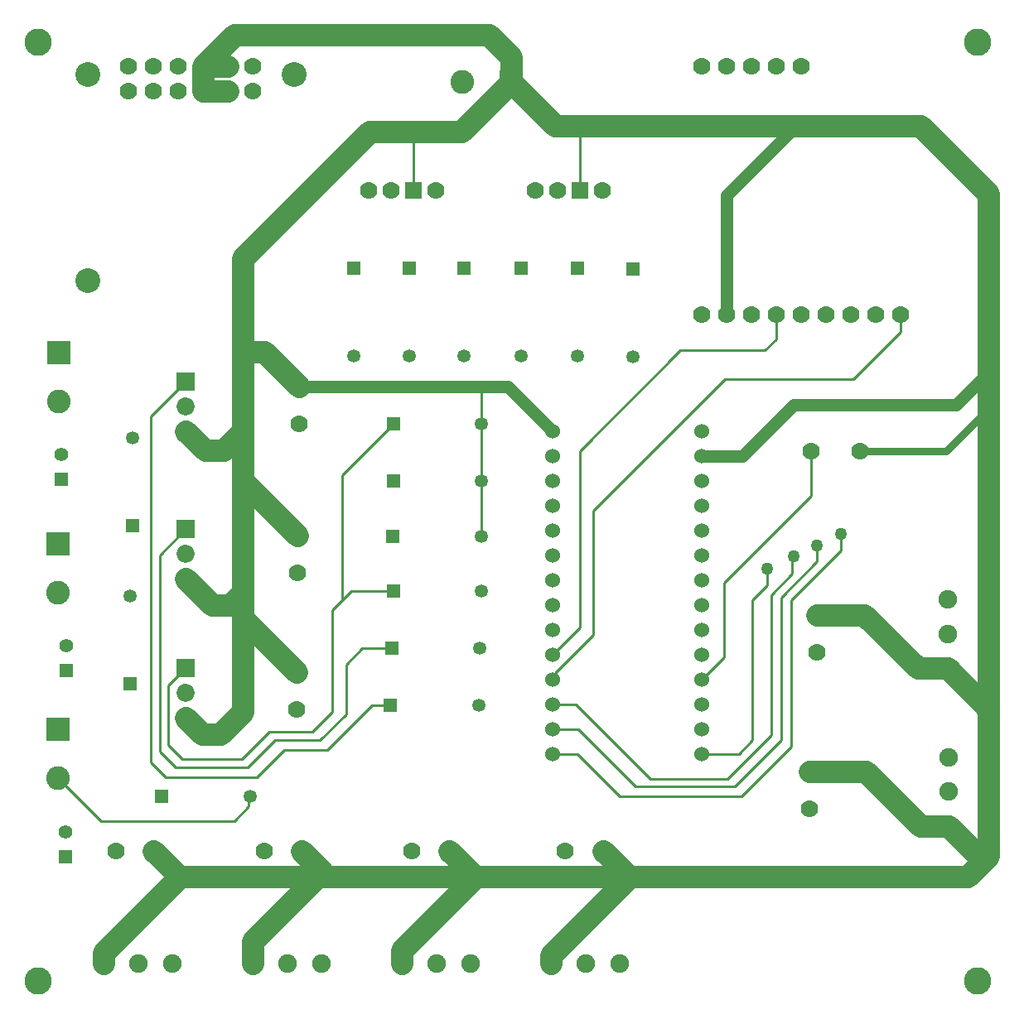
<source format=gbl>
G04*
G04 #@! TF.GenerationSoftware,Altium Limited,Altium Designer,25.7.1 (20)*
G04*
G04 Layer_Physical_Order=2*
G04 Layer_Color=16711680*
%FSLAX44Y44*%
%MOMM*%
G71*
G04*
G04 #@! TF.SameCoordinates,9BF2C3B0-3B17-4BF1-8F46-E5792BC6C144*
G04*
G04*
G04 #@! TF.FilePolarity,Positive*
G04*
G01*
G75*
%ADD11C,0.2540*%
%ADD27C,1.8500*%
%ADD28R,1.8500X1.8500*%
%ADD33C,2.2860*%
%ADD34C,1.2700*%
%ADD35C,1.4000*%
%ADD36R,1.4000X1.4000*%
%ADD37R,1.3500X1.3500*%
%ADD38C,1.3500*%
%ADD39R,1.3500X1.3500*%
%ADD40C,2.5400*%
%ADD41C,1.7780*%
%ADD42C,1.5300*%
%ADD43C,2.4213*%
%ADD44R,2.4213X2.4213*%
%ADD45R,2.4213X2.4213*%
%ADD46C,1.9050*%
%ADD47R,1.7780X1.7780*%
%ADD48C,2.7940*%
%ADD49C,1.2700*%
%ADD50C,0.7620*%
D11*
X143510Y605790D02*
X179070Y641350D01*
X143510Y251460D02*
Y605790D01*
Y251460D02*
X158750Y236220D01*
X152400Y262890D02*
Y463550D01*
Y262890D02*
X168910Y246380D01*
X152400Y463550D02*
X179070Y490220D01*
X161290Y269240D02*
X175260Y255270D01*
X161290Y330200D02*
X179070Y347980D01*
X161290Y269240D02*
Y330200D01*
X48260Y235750D02*
X92240Y191770D01*
X228600D01*
X243440Y206610D01*
Y216220D01*
X244390Y217170D01*
X728980Y359410D02*
Y435610D01*
X817880Y524510D01*
Y570230D01*
X706120Y336550D02*
X728980Y359410D01*
X553720Y311150D02*
X577850D01*
X654050Y234950D01*
X732790D01*
X777240Y279400D01*
X798631Y460811D02*
X800100Y462280D01*
X777240Y279400D02*
Y422910D01*
X798631Y444301D01*
Y460811D01*
X95098Y45720D02*
X95250Y45872D01*
X237490Y425450D02*
Y427990D01*
X233680Y586740D02*
X237490D01*
X411480Y836930D02*
Y896620D01*
X480610Y482600D02*
X480885Y482875D01*
Y539475D02*
X481160Y539750D01*
X480885Y482875D02*
Y539475D01*
X481160Y539750D02*
Y598170D01*
Y636100D02*
X481330Y636270D01*
X481160Y598170D02*
Y636100D01*
X581660Y836930D02*
Y901700D01*
X580390Y902970D02*
X581660Y901700D01*
X264160Y283210D02*
X308610D01*
X328930Y303530D01*
X236220Y255270D02*
X264160Y283210D01*
X175260Y255270D02*
X236220D01*
X338455Y545465D02*
X391160Y598170D01*
X328930Y303530D02*
Y407670D01*
X338455Y417195D02*
Y545465D01*
X328930Y407670D02*
X338455Y417195D01*
X347980Y426720D01*
X391330D01*
X168910Y246380D02*
X242570D01*
X270510Y274320D01*
X316230D01*
X342900Y300990D01*
Y351790D01*
X359410Y368300D01*
X389340D01*
X251460Y236220D02*
X279400Y264160D01*
X323850D01*
X369570Y309880D02*
X391977D01*
X323850Y264160D02*
X369570Y309880D01*
X158750Y236220D02*
X251460D01*
X553720Y260350D02*
X579120D01*
X622300Y217170D01*
X746760D01*
X797560Y267970D01*
Y417830D01*
X848360Y468630D01*
Y485140D01*
X638810Y227330D02*
X740410D01*
X580390Y285750D02*
X638810Y227330D01*
X553720Y285750D02*
X580390D01*
X740410Y227330D02*
X787400Y274320D01*
Y420370D01*
X824230Y457200D01*
Y473710D01*
X553720Y361950D02*
X581660Y389890D01*
Y570230D01*
X684530Y673100D01*
X770890D01*
X782320Y684530D02*
Y709930D01*
X770890Y673100D02*
X782320Y684530D01*
X557378Y344018D02*
X595630Y382270D01*
X557378Y343661D02*
Y344018D01*
X553720Y340003D02*
X557378Y343661D01*
X553720Y336550D02*
Y340003D01*
X595630Y382270D02*
Y509270D01*
X730250Y643890D01*
X909320Y692150D02*
Y709930D01*
X861060Y643890D02*
X909320Y692150D01*
X730250Y643890D02*
X861060D01*
X773430Y433070D02*
Y449580D01*
X758190Y417830D02*
X773430Y433070D01*
X758190Y274320D02*
Y417830D01*
X706120Y260350D02*
X744220D01*
X758190Y274320D01*
D27*
X179070Y322580D02*
D03*
Y297180D02*
D03*
Y615950D02*
D03*
Y590550D02*
D03*
Y464820D02*
D03*
Y439420D02*
D03*
D28*
Y347980D02*
D03*
Y641350D02*
D03*
Y490220D02*
D03*
D33*
X95250Y45872D02*
Y57150D01*
X172720Y134620D01*
X146050Y161290D02*
X172720Y134620D01*
X195636Y280614D02*
X214574D01*
X179070Y297180D02*
X195636Y280614D01*
X179070Y439420D02*
X205796Y412694D01*
X224734D01*
X237490Y425450D01*
Y398780D02*
Y425450D01*
Y427990D02*
Y539750D01*
X247650Y45720D02*
Y68580D01*
X400050Y45720D02*
Y59690D01*
X474980Y134620D01*
X237490Y303530D02*
Y398780D01*
X214574Y280614D02*
X237490Y303530D01*
Y398780D02*
X292100Y344170D01*
X297180Y161290D02*
X318770Y139700D01*
X448310Y161290D02*
X474980Y134620D01*
X179070Y590550D02*
X198811Y570809D01*
X217749D01*
X233680Y586740D01*
X237490Y671830D02*
Y767080D01*
X196850Y938530D02*
Y963930D01*
Y938530D02*
X222250D01*
X196850Y963930D02*
X222250D01*
X196850D02*
X228600Y995680D01*
X237490Y539750D02*
X293370Y483870D01*
X237490Y539750D02*
Y586740D01*
Y671830D02*
X259080D01*
X294640Y636270D01*
X237490Y586740D02*
Y671830D01*
Y767080D02*
X367030Y896620D01*
X411480D01*
X228600Y995680D02*
X488950D01*
X411480Y896620D02*
X461010D01*
X511810Y947420D01*
X552450Y45720D02*
Y54610D01*
X474980Y134620D02*
X632460D01*
X552450Y54610D02*
X632460Y134620D01*
X605790Y161290D02*
X632460Y134620D01*
X977900D01*
X873760Y242570D02*
X929640Y186690D01*
X958850D01*
X989330Y156210D02*
X999490D01*
X977900Y134620D02*
X999490Y156210D01*
X958850Y186690D02*
X989330Y156210D01*
X816610Y242570D02*
X873760D01*
X927100Y347980D02*
X957580D01*
X824230Y402590D02*
X872490D01*
X927100Y347980D01*
X999490Y306070D02*
Y613410D01*
Y156210D02*
Y306070D01*
X957580Y347980D02*
X999490Y306070D01*
X511810Y947420D02*
X556260Y902970D01*
X488950Y995680D02*
X511810Y972820D01*
Y947420D02*
Y972820D01*
X556260Y902970D02*
X580390D01*
X802640D01*
X999490Y650240D02*
Y833120D01*
Y613410D02*
Y650240D01*
X802640Y902970D02*
X929640D01*
X999490Y833120D01*
X172720Y134620D02*
X474980D01*
X247650Y68580D02*
X318770Y139700D01*
D34*
X294640Y636270D02*
X481330D01*
X508000D01*
X553720Y590550D01*
X748030Y565150D02*
X800100Y617220D01*
X706120Y565150D02*
X748030D01*
X966470Y617220D02*
X999490Y650240D01*
X731520Y709930D02*
Y831850D01*
X802640Y902970D01*
X800100Y617220D02*
X966470D01*
D35*
X57150Y370840D02*
D03*
X52070Y566420D02*
D03*
X55880Y180340D02*
D03*
D36*
X57150Y345440D02*
D03*
X52070Y541020D02*
D03*
X55880Y154940D02*
D03*
D37*
X154390Y217170D02*
D03*
X391330Y426720D02*
D03*
X391160Y598170D02*
D03*
X389340Y368300D02*
D03*
X390610Y482600D02*
D03*
X388070Y309880D02*
D03*
X391160Y539750D02*
D03*
D38*
X244390Y217170D02*
D03*
X121920Y422190D02*
D03*
X124460Y583480D02*
D03*
X480610Y482600D02*
D03*
X481160Y539750D02*
D03*
Y598170D02*
D03*
X481330Y426720D02*
D03*
X479340Y368300D02*
D03*
X478070Y309880D02*
D03*
X350520Y667470D02*
D03*
X407670D02*
D03*
X463550D02*
D03*
X521970D02*
D03*
X579120Y666920D02*
D03*
X636270Y666200D02*
D03*
D39*
X121920Y332190D02*
D03*
X124460Y493480D02*
D03*
X350520Y757470D02*
D03*
X407670D02*
D03*
X463550D02*
D03*
X521970D02*
D03*
X579120Y756920D02*
D03*
X636270Y756200D02*
D03*
D40*
X289560Y955040D02*
D03*
X78740D02*
D03*
Y744220D02*
D03*
D41*
X171450Y963930D02*
D03*
X146050D02*
D03*
X120650D02*
D03*
Y938530D02*
D03*
X146050D02*
D03*
X171450D02*
D03*
X247650D02*
D03*
Y963930D02*
D03*
X196850Y938530D02*
D03*
X222250D02*
D03*
X196850Y963930D02*
D03*
X222250D02*
D03*
X817880Y570230D02*
D03*
X867880D02*
D03*
X706120Y709930D02*
D03*
X107950Y161290D02*
D03*
X259080D02*
D03*
X566420D02*
D03*
X410210D02*
D03*
X816610Y204470D02*
D03*
X824230Y364490D02*
D03*
X292100Y306070D02*
D03*
X293370Y445770D02*
D03*
X294640Y598170D02*
D03*
X883920Y709930D02*
D03*
X146050Y161290D02*
D03*
X292100Y344170D02*
D03*
X297180Y161290D02*
D03*
X448310D02*
D03*
X293370Y483870D02*
D03*
X294640Y636270D02*
D03*
X604520Y161290D02*
D03*
X816610Y242570D02*
D03*
X824230Y402590D02*
D03*
X731520Y709930D02*
D03*
X365760Y836930D02*
D03*
X388620D02*
D03*
X434340D02*
D03*
X535940D02*
D03*
X558800D02*
D03*
X604520D02*
D03*
X833120Y709930D02*
D03*
X858520D02*
D03*
X782320D02*
D03*
X909320D02*
D03*
X807720D02*
D03*
Y963930D02*
D03*
X782320D02*
D03*
X756920D02*
D03*
X731520D02*
D03*
X706120D02*
D03*
X756920Y709930D02*
D03*
D42*
X553720Y260350D02*
D03*
Y285750D02*
D03*
Y311150D02*
D03*
Y336550D02*
D03*
Y361950D02*
D03*
Y387350D02*
D03*
Y412750D02*
D03*
Y438150D02*
D03*
Y463550D02*
D03*
Y488950D02*
D03*
Y514350D02*
D03*
Y539750D02*
D03*
Y565150D02*
D03*
Y590550D02*
D03*
X706120Y260350D02*
D03*
Y285750D02*
D03*
Y311150D02*
D03*
Y336550D02*
D03*
Y361950D02*
D03*
Y387350D02*
D03*
Y412750D02*
D03*
Y438150D02*
D03*
Y463550D02*
D03*
Y488950D02*
D03*
Y514350D02*
D03*
Y539750D02*
D03*
Y565150D02*
D03*
Y590550D02*
D03*
D43*
X461810Y947420D02*
D03*
X48260Y235750D02*
D03*
Y425450D02*
D03*
X49530Y621030D02*
D03*
D44*
X511810Y947420D02*
D03*
D45*
X48260Y285750D02*
D03*
Y475450D02*
D03*
X49530Y671030D02*
D03*
D46*
X130099Y45720D02*
D03*
X282651D02*
D03*
X435051D02*
D03*
X587451D02*
D03*
X958850Y221691D02*
D03*
X957580Y382981D02*
D03*
X95098Y45720D02*
D03*
X400050D02*
D03*
X247650D02*
D03*
X552450D02*
D03*
X958850Y186690D02*
D03*
X957580Y347980D02*
D03*
X165100Y45720D02*
D03*
X317652D02*
D03*
X470052D02*
D03*
X622452D02*
D03*
X958850Y256692D02*
D03*
X957580Y417982D02*
D03*
D47*
X411480Y836930D02*
D03*
X581660D02*
D03*
D48*
X988060Y27940D02*
D03*
X27940D02*
D03*
Y988060D02*
D03*
X988060D02*
D03*
D49*
X800100Y462280D02*
D03*
X848360Y485140D02*
D03*
X824230Y473710D02*
D03*
X773430Y449580D02*
D03*
D50*
X956310Y570230D02*
X999490Y613410D01*
X867880Y570230D02*
X956310D01*
M02*

</source>
